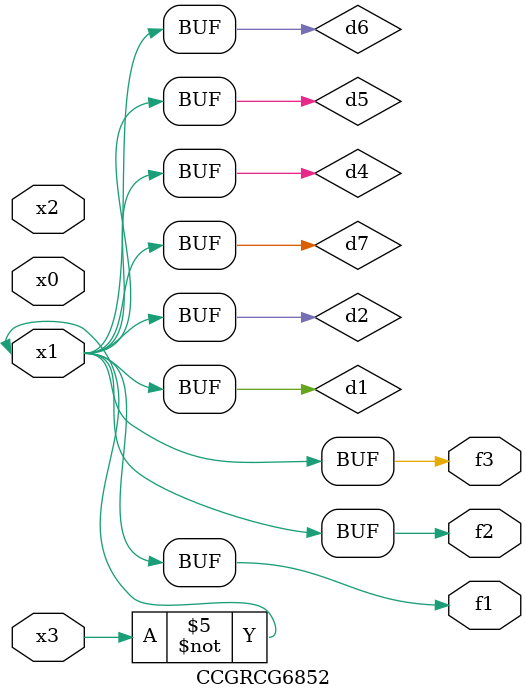
<source format=v>
module CCGRCG6852(
	input x0, x1, x2, x3,
	output f1, f2, f3
);

	wire d1, d2, d3, d4, d5, d6, d7;

	not (d1, x3);
	buf (d2, x1);
	xnor (d3, d1, d2);
	nor (d4, d1);
	buf (d5, d1, d2);
	buf (d6, d4, d5);
	nand (d7, d4);
	assign f1 = d6;
	assign f2 = d7;
	assign f3 = d6;
endmodule

</source>
